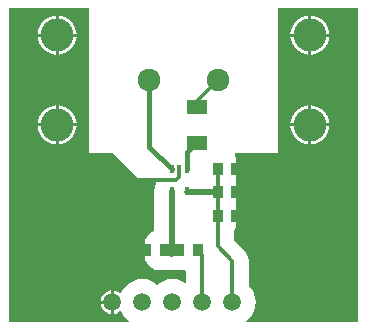
<source format=gtl>
G04 Layer_Physical_Order=1*
G04 Layer_Color=255*
%FSLAX43Y43*%
%MOMM*%
G71*
G01*
G75*
%ADD10R,0.400X0.750*%
%ADD11R,0.950X1.000*%
%ADD12R,1.800X1.150*%
%ADD13C,0.305*%
%ADD14C,0.500*%
%ADD15C,0.400*%
%ADD16C,0.750*%
%ADD17R,1.283X6.500*%
%ADD18R,0.756X2.013*%
%ADD19R,0.425X0.150*%
%ADD20C,1.920*%
%ADD21C,2.800*%
%ADD22C,1.500*%
G36*
X7000Y14500D02*
X8960D01*
X9075Y14475D01*
X9075D01*
X9075Y14475D01*
X11175Y12375D01*
X12625D01*
X12711Y12284D01*
X12739Y12216D01*
X12631Y11954D01*
X12591Y11654D01*
X12587Y11645D01*
X12537Y11266D01*
Y7939D01*
X12320Y7849D01*
X12069Y7656D01*
X11877Y7406D01*
X11756Y7114D01*
X11749Y7059D01*
X11325D01*
X11226Y7040D01*
X11142Y6983D01*
X11086Y6899D01*
X11066Y6800D01*
Y5800D01*
X11086Y5701D01*
X11142Y5617D01*
X11226Y5561D01*
X11325Y5541D01*
X11749D01*
X11756Y5487D01*
X11877Y5195D01*
X12069Y4944D01*
X12320Y4752D01*
X12612Y4631D01*
X12925Y4590D01*
X13875D01*
X13928Y4597D01*
X13975Y4592D01*
X14049Y4600D01*
X14125Y4590D01*
X15075D01*
X15140Y4598D01*
X15236Y4515D01*
Y3608D01*
X15109Y3550D01*
X14810Y3710D01*
X14442Y3822D01*
X14060Y3859D01*
X13678Y3822D01*
X13310Y3710D01*
X12971Y3529D01*
X12790Y3380D01*
X12609Y3529D01*
X12270Y3710D01*
X11902Y3822D01*
X11520Y3859D01*
X11138Y3822D01*
X10770Y3710D01*
X10431Y3529D01*
X10134Y3286D01*
X9891Y2989D01*
X9754Y2732D01*
X9597Y2693D01*
X9594Y2694D01*
X9486Y2777D01*
X9242Y2878D01*
X9107Y2896D01*
Y1900D01*
Y904D01*
X9242Y922D01*
X9486Y1023D01*
X9594Y1106D01*
X9597Y1107D01*
X9754Y1068D01*
X9891Y811D01*
X10134Y514D01*
X10363Y327D01*
X10317Y200D01*
X200D01*
Y26800D01*
X7000D01*
Y14500D01*
D02*
G37*
G36*
X29800Y200D02*
X20343D01*
X20297Y327D01*
X20526Y514D01*
X20769Y811D01*
X20950Y1150D01*
X21062Y1518D01*
X21099Y1900D01*
X21062Y2282D01*
X20950Y2650D01*
X20769Y2989D01*
X20526Y3286D01*
X20504Y3303D01*
Y5360D01*
X20458Y5713D01*
X20321Y6042D01*
X20105Y6325D01*
X19239Y7190D01*
Y7888D01*
X19398Y8095D01*
X19519Y8387D01*
X19526Y8441D01*
X19950D01*
X20049Y8461D01*
X20133Y8517D01*
X20189Y8601D01*
X20209Y8700D01*
Y9700D01*
X20189Y9799D01*
X20133Y9883D01*
X20049Y9939D01*
X19950Y9959D01*
X19526D01*
X19519Y10013D01*
X19442Y10200D01*
X19519Y10387D01*
X19526Y10441D01*
X19950D01*
X20049Y10461D01*
X20133Y10517D01*
X20189Y10601D01*
X20209Y10700D01*
Y11700D01*
X20189Y11799D01*
X20133Y11883D01*
X20049Y11939D01*
X19950Y11959D01*
X19526D01*
X19519Y12013D01*
X19442Y12200D01*
X19519Y12387D01*
X19526Y12441D01*
X19950D01*
X20049Y12461D01*
X20133Y12517D01*
X20189Y12601D01*
X20209Y12700D01*
Y13700D01*
X20189Y13799D01*
X20133Y13883D01*
X20049Y13940D01*
X19950Y13959D01*
X19526D01*
X19519Y14014D01*
X19398Y14306D01*
X19336Y14386D01*
X19392Y14500D01*
X23000D01*
X23000Y26800D01*
X29800D01*
Y200D01*
D02*
G37*
%LPC*%
G36*
X4173Y16773D02*
X2651D01*
X2670Y16576D01*
X2765Y16264D01*
X2918Y15977D01*
X3125Y15725D01*
X3377Y15518D01*
X3664Y15365D01*
X3976Y15270D01*
X4173Y15251D01*
Y16773D01*
D02*
G37*
G36*
X4427Y18549D02*
Y17027D01*
X5949D01*
X5930Y17224D01*
X5835Y17536D01*
X5682Y17823D01*
X5475Y18075D01*
X5223Y18282D01*
X4936Y18435D01*
X4624Y18530D01*
X4427Y18549D01*
D02*
G37*
G36*
X4173D02*
X3976Y18530D01*
X3664Y18435D01*
X3377Y18282D01*
X3125Y18075D01*
X2918Y17823D01*
X2765Y17536D01*
X2670Y17224D01*
X2651Y17027D01*
X4173D01*
Y18549D01*
D02*
G37*
G36*
X8853Y2896D02*
X8718Y2878D01*
X8474Y2777D01*
X8264Y2616D01*
X8103Y2406D01*
X8002Y2162D01*
X7984Y2027D01*
X8853D01*
Y2896D01*
D02*
G37*
G36*
Y1773D02*
X7984D01*
X8002Y1638D01*
X8103Y1394D01*
X8264Y1184D01*
X8474Y1023D01*
X8718Y922D01*
X8853Y904D01*
Y1773D01*
D02*
G37*
G36*
X5949Y16773D02*
X4427D01*
Y15251D01*
X4624Y15270D01*
X4936Y15365D01*
X5223Y15518D01*
X5475Y15725D01*
X5682Y15977D01*
X5835Y16264D01*
X5930Y16576D01*
X5949Y16773D01*
D02*
G37*
G36*
X4173Y26149D02*
X3976Y26130D01*
X3664Y26035D01*
X3377Y25882D01*
X3125Y25675D01*
X2918Y25423D01*
X2765Y25136D01*
X2670Y24824D01*
X2651Y24627D01*
X4173D01*
Y26149D01*
D02*
G37*
G36*
X4427D02*
Y24627D01*
X5949D01*
X5930Y24824D01*
X5835Y25136D01*
X5682Y25423D01*
X5475Y25675D01*
X5223Y25882D01*
X4936Y26035D01*
X4624Y26130D01*
X4427Y26149D01*
D02*
G37*
G36*
X5949Y24373D02*
X4427D01*
Y22851D01*
X4624Y22870D01*
X4936Y22965D01*
X5223Y23118D01*
X5475Y23325D01*
X5682Y23577D01*
X5835Y23864D01*
X5930Y24176D01*
X5949Y24373D01*
D02*
G37*
G36*
X4173D02*
X2651D01*
X2670Y24176D01*
X2765Y23864D01*
X2918Y23577D01*
X3125Y23325D01*
X3377Y23118D01*
X3664Y22965D01*
X3976Y22870D01*
X4173Y22851D01*
Y24373D01*
D02*
G37*
G36*
X27350Y16773D02*
X25827D01*
Y15251D01*
X26024Y15270D01*
X26336Y15365D01*
X26623Y15518D01*
X26875Y15725D01*
X27082Y15977D01*
X27235Y16264D01*
X27330Y16576D01*
X27350Y16773D01*
D02*
G37*
G36*
X25573D02*
X24051D01*
X24070Y16576D01*
X24165Y16264D01*
X24318Y15977D01*
X24525Y15725D01*
X24777Y15518D01*
X25064Y15365D01*
X25376Y15270D01*
X25573Y15251D01*
Y16773D01*
D02*
G37*
G36*
X25573Y24373D02*
X24051D01*
X24070Y24176D01*
X24165Y23864D01*
X24318Y23577D01*
X24525Y23325D01*
X24777Y23118D01*
X25064Y22965D01*
X25376Y22870D01*
X25573Y22851D01*
Y24373D01*
D02*
G37*
G36*
X25827Y26149D02*
Y24627D01*
X27349D01*
X27330Y24824D01*
X27235Y25136D01*
X27082Y25423D01*
X26875Y25675D01*
X26623Y25882D01*
X26336Y26035D01*
X26024Y26130D01*
X25827Y26149D01*
D02*
G37*
G36*
X25573Y26149D02*
X25376Y26130D01*
X25064Y26035D01*
X24777Y25882D01*
X24525Y25675D01*
X24318Y25423D01*
X24165Y25136D01*
X24070Y24824D01*
X24051Y24627D01*
X25573D01*
Y26149D01*
D02*
G37*
G36*
X25827Y18549D02*
Y17027D01*
X27349D01*
X27330Y17224D01*
X27235Y17536D01*
X27082Y17823D01*
X26875Y18075D01*
X26623Y18282D01*
X26336Y18435D01*
X26024Y18530D01*
X25827Y18549D01*
D02*
G37*
G36*
X25573D02*
X25376Y18530D01*
X25064Y18435D01*
X24777Y18282D01*
X24525Y18075D01*
X24318Y17823D01*
X24165Y17536D01*
X24070Y17224D01*
X24051Y17027D01*
X25573D01*
Y18549D01*
D02*
G37*
G36*
X27349Y24373D02*
X25827D01*
Y22851D01*
X26024Y22870D01*
X26336Y22965D01*
X26623Y23118D01*
X26875Y23325D01*
X27082Y23577D01*
X27235Y23864D01*
X27330Y24176D01*
X27349Y24373D01*
D02*
G37*
%LPD*%
D10*
X14000Y11266D02*
D03*
X15300D02*
D03*
X14000Y13166D02*
D03*
X14650D02*
D03*
X15300D02*
D03*
D11*
X17875Y9200D02*
D03*
X19475D02*
D03*
X17875Y11200D02*
D03*
X19475D02*
D03*
X17875Y13200D02*
D03*
X19475D02*
D03*
X14600Y6300D02*
D03*
X16200D02*
D03*
X11800Y6300D02*
D03*
X13400D02*
D03*
D12*
X16100Y15400D02*
D03*
Y18400D02*
D03*
D13*
X17875Y6625D02*
Y9200D01*
Y6625D02*
Y6625D01*
Y6625D02*
X19140Y5360D01*
X17875Y6625D02*
X17875Y6625D01*
X14325Y12200D02*
X14650Y12525D01*
X12540Y12200D02*
X14325D01*
X14650Y12525D02*
Y13166D01*
X16600Y1900D02*
Y5900D01*
X16200Y6300D02*
X16600Y5900D01*
X17875Y9200D02*
Y11200D01*
Y13200D01*
X19140Y1900D02*
Y5360D01*
X16100Y18400D02*
Y18900D01*
X17900Y20700D01*
D14*
X15300Y11200D02*
X17875D01*
X14000Y6200D02*
Y11266D01*
D15*
X15300Y14600D02*
X16100Y15400D01*
X15300Y13166D02*
Y14600D01*
X12100Y15066D02*
Y20700D01*
Y15066D02*
X14000Y13166D01*
D16*
X13975Y6175D02*
X14000Y6200D01*
D17*
X20041Y11225D02*
D03*
D18*
X11378Y6494D02*
D03*
D19*
X14087Y5875D02*
D03*
D20*
X17900Y20700D02*
D03*
X12100D02*
D03*
D21*
X25700Y24500D02*
D03*
Y16900D02*
D03*
X4300D02*
D03*
Y24500D02*
D03*
D22*
X19140Y1900D02*
D03*
X16600D02*
D03*
X8980D02*
D03*
X11520D02*
D03*
X14060D02*
D03*
M02*

</source>
